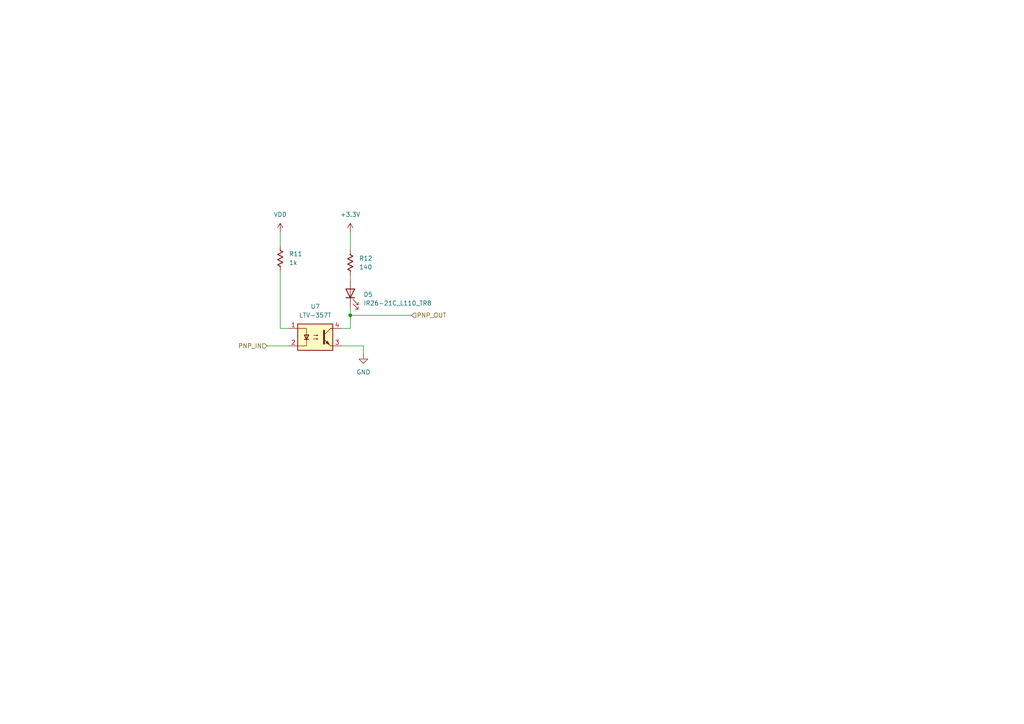
<source format=kicad_sch>
(kicad_sch (version 20250114) (generator "eeschema") (generator_version "9.0")
  (paper "A4")
  (lib_symbols
    (symbol "EasyEDA:+3.3V" (power) (pin_numbers (hide yes)) (pin_names (offset 0) (hide yes))
      (property "Value" "+3.3V" (at 0 3.556 0))
      (symbol "+3.3V_0_1"
        (polyline (pts (xy -0.762 1.27) (xy 0 2.54)))
        (polyline (pts (xy 0 2.54) (xy 0.762 1.27)))
        (polyline (pts (xy 0 0) (xy 0 2.54)))
      )
      (symbol "+3.3V_1_1"
        (pin power_in line (at 0 0 90) (length 0) (name "~") (number "1"))
      )
    )
    (symbol "EasyEDA:GND" (power) (pin_numbers (hide yes)) (pin_names (offset 0) (hide yes))
      (property "Value" "GND" (at 0 -3.81 0))
      (symbol "GND_0_1"
        (polyline (pts (xy 0 0) (xy 0 -1.27) (xy 1.27 -1.27) (xy 0 -2.54) (xy -1.27 -1.27) (xy 0 -1.27)))
      )
      (symbol "GND_1_1"
        (pin power_in line (at 0 0 270) (length 0) (name "~") (number "1"))
      )
    )
    (symbol "EasyEDA:LTV-357T" (pin_names (offset 1.016))
      (property "Reference" "U" (at -5.334 4.826 0))
      (property "Value" "LTV-357T" (at 0 5.08 0))
      (symbol "LTV-357T_0_1"
        (rectangle (start -5.08 3.81) (end 5.08 -3.81) (stroke (width 0.254)) (fill (type background)))
        (polyline (pts (xy -5.08 2.54) (xy -2.54 2.54) (xy -2.54 -0.762)))
        (polyline (pts (xy -3.175 -0.635) (xy -1.905 -0.635)) (stroke (width 0.254)))
        (polyline (pts (xy -2.54 -0.635) (xy -2.54 -2.54) (xy -5.08 -2.54)))
        (polyline (pts (xy -2.54 -0.635) (xy -3.175 0.635) (xy -1.905 0.635) (xy -2.54 -0.635)) (stroke (width 0.254)))
        (polyline (pts (xy -0.508 0.508) (xy 0.762 0.508) (xy 0.381 0.381) (xy 0.381 0.635) (xy 0.762 0.508)))
        (polyline (pts (xy -0.508 -0.508) (xy 0.762 -0.508) (xy 0.381 -0.635) (xy 0.381 -0.381) (xy 0.762 -0.508)))
        (polyline (pts (xy 2.54 1.905) (xy 2.54 -1.905)) (stroke (width 0.508)))
        (polyline (pts (xy 2.54 0.635) (xy 4.445 2.54)))
        (polyline (pts (xy 3.048 -1.651) (xy 3.556 -1.143) (xy 4.064 -2.159) (xy 3.048 -1.651)) (fill (type outline)))
        (polyline (pts (xy 4.445 2.54) (xy 5.08 2.54)))
        (polyline (pts (xy 4.445 -2.54) (xy 2.54 -0.635)) (fill (type outline)))
        (polyline (pts (xy 4.445 -2.54) (xy 5.08 -2.54)))
      )
      (symbol "LTV-357T_1_1"
        (pin passive line (at -7.62 2.54 0) (length 2.54) (name "~") (number "1"))
        (pin passive line (at -7.62 -2.54 0) (length 2.54) (name "~") (number "2"))
        (pin passive line (at 7.62 2.54 180) (length 2.54) (name "~") (number "4"))
        (pin passive line (at 7.62 -2.54 180) (length 2.54) (name "~") (number "3"))
      )
    )
    (symbol "EasyEDA:R_0603" (pin_numbers (hide yes)) (pin_names (offset 0))
      (property "Reference" "R" (at 2.54 1.27 0))
      (property "Value" "R_0603" (at 2.54 -1.27 0))
      (symbol "R_0603_0_1"
        (polyline (pts (xy 0 2.286) (xy 0 2.54)) (stroke (width 0.254)))
        (polyline (pts (xy 0 2.286) (xy 0.762 1.905) (xy -0.762 1.143) (xy 0 0.762) (xy 0.762 0.381) (xy 0 0) (xy -0.762 -0.381) (xy 0 -0.762) (xy 0.762 -1.143) (xy 0 -1.524) (xy -0.762 -1.905) (xy 0 -2.286)) (stroke (width 0.254)))
        (polyline (pts (xy 0 -2.286) (xy 0 -2.54)) (stroke (width 0.254)))
      )
      (symbol "R_0603_0_2"
        (polyline (pts (xy -2.54 -2.54) (xy -1.778 -1.778)))
        (polyline (pts (xy -1.778 -1.778) (xy -1.524 -1.524)) (stroke (width 0.254)))
        (polyline (pts (xy -1.524 -1.524) (xy -1.778 -0.762) (xy -1.016 -1.016)) (stroke (width 0.254)))
        (polyline (pts (xy -0.508 -0.508) (xy -0.762 0.254) (xy 0 0)) (stroke (width 0.254)))
        (polyline (pts (xy -0.508 -0.508) (xy -0.254 -1.27) (xy -1.016 -1.016)) (stroke (width 0.254)))
        (polyline (pts (xy 0.508 0.508) (xy 0.254 1.27) (xy 1.016 1.016)) (stroke (width 0.254)))
        (polyline (pts (xy 0.508 0.508) (xy 0.762 -0.254) (xy 0 0)) (stroke (width 0.254)))
        (polyline (pts (xy 1.524 1.524) (xy 1.778 0.762) (xy 1.016 1.016)) (stroke (width 0.254)))
        (polyline (pts (xy 1.778 1.778) (xy 1.524 1.524)) (stroke (width 0.254)))
        (polyline (pts (xy 1.778 1.778) (xy 2.54 2.54)))
      )
      (symbol "R_0603_1_1"
        (pin passive line (at 0 3.81 270) (length 1.27) (name "~") (number "1"))
        (pin passive line (at 0 -3.81 90) (length 1.27) (name "~") (number "2"))
      )
      (symbol "R_0603_1_2"
        (pin passive line (at -2.54 -2.54 0) (length 0) (name "") (number "2"))
        (pin passive line (at 2.54 2.54 180) (length 0) (name "") (number "1"))
      )
    )
    (symbol "LED:IR26-21C_L110_TR8" (pin_numbers (hide yes)) (pin_names (offset 1.016) (hide yes))
      (property "Reference" "D" (at 0 2.54 0))
      (property "Value" "IR26-21C_L110_TR8" (at 0 -3.81 0))
      (symbol "IR26-21C_L110_TR8_0_1"
        (polyline (pts (xy -3.048 -0.762) (xy -4.572 -2.286) (xy -3.81 -2.286) (xy -4.572 -2.286) (xy -4.572 -1.524)))
        (polyline (pts (xy -1.778 -0.762) (xy -3.302 -2.286) (xy -2.54 -2.286) (xy -3.302 -2.286) (xy -3.302 -1.524)))
        (polyline (pts (xy -1.27 0) (xy 1.27 0)))
        (polyline (pts (xy -1.27 -1.27) (xy -1.27 1.27)) (stroke (width 0.254)))
        (polyline (pts (xy 1.27 -1.27) (xy 1.27 1.27) (xy -1.27 0) (xy 1.27 -1.27)) (stroke (width 0.254)))
      )
      (symbol "IR26-21C_L110_TR8_1_1"
        (pin passive line (at -3.81 0 0) (length 2.54) (name "K") (number "1"))
        (pin passive line (at 3.81 0 180) (length 2.54) (name "A") (number "2"))
      )
    )
    (symbol "power:VDD" (power) (pin_numbers (hide yes)) (pin_names (offset 0) (hide yes))
      (property "Value" "VDD" (at 0 3.556 0))
      (symbol "VDD_0_1"
        (polyline (pts (xy -0.762 1.27) (xy 0 2.54)))
        (polyline (pts (xy 0 2.54) (xy 0.762 1.27)))
        (polyline (pts (xy 0 0) (xy 0 2.54)))
      )
      (symbol "VDD_1_1"
        (pin power_in line (at 0 0 90) (length 0) (name "~") (number "1"))
      )
    )
  )
  (junction (at 101.6 91.44))
  (wire (pts (xy 81.28 67.31) (xy 81.28 71.12)))
  (wire (pts (xy 101.6 88.9) (xy 101.6 91.44)))
  (wire (pts (xy 81.28 78.74) (xy 81.28 95.25)))
  (wire (pts (xy 99.06 100.33) (xy 105.41 100.33)))
  (wire (pts (xy 81.28 95.25) (xy 83.82 95.25)))
  (wire (pts (xy 101.6 91.44) (xy 119.38 91.44)))
  (wire (pts (xy 101.6 80.01) (xy 101.6 81.28)))
  (wire (pts (xy 101.6 95.25) (xy 101.6 91.44)))
  (wire (pts (xy 105.41 102.87) (xy 105.41 100.33)))
  (wire (pts (xy 77.47 100.33) (xy 83.82 100.33)))
  (wire (pts (xy 101.6 67.31) (xy 101.6 72.39)))
  (wire (pts (xy 99.06 95.25) (xy 101.6 95.25)))
  (hierarchical_label "PNP_IN" (shape input) (at 77.47 100.33 180))
  (hierarchical_label "PNP_OUT" (shape input) (at 119.38 91.44 0))
  (symbol (lib_id "LED:IR26-21C_L110_TR8") (at 101.6 85.09 90) (unit 1)
    (property "Reference" "D5" (at 105.41 85.4074 90) (effects (justify right)))
    (property "Value" "IR26-21C_L110_TR8" (at 105.41 87.9474 90) (effects (justify right)))
    (property "Footprint" "LED_SMD:LED_1206_3216Metric" (effects (hide yes)))
    (property "Datasheet" "http://www.everlight.com/file/ProductFile/IR26-21C-L110-TR8.pdf" (effects (hide yes)))
    (property "Description" "940nm, 20 deg, Infrared LED, 1206" (effects (hide yes)))
    (instances (project "Nivara_PCB" (path "" (reference "D5") (unit 1)) (path "" (reference "D21") (unit 1))))
  )
  (symbol (lib_id "EasyEDA:+3.3V") (at 101.6 67.31 0) (unit 1)
    (property "Reference" "#PWR030" (effects (hide yes)))
    (property "Value" "+3.3V" (at 101.6 62.23 0))
    (property "Description" "Power symbol creates a global label with name \"+3.3V\"" (effects (hide yes)))
    (instances (project "Nivara_PCB" (path "" (reference "#PWR030") (unit 1)) (path "" (reference "#PWR059") (unit 1))))
  )
  (symbol (lib_id "EasyEDA:R_0603") (at 101.6 76.2 0) (unit 1)
    (property "Reference" "R12" (at 104.14 74.9299 0) (effects (justify left)))
    (property "Value" "140" (at 104.14 77.4699 0) (effects (justify left)))
    (property "Footprint" "PCM_Resistor_SMD_AKL:R_0603_1608Metric" (effects (hide yes)))
    (property "Description" "SMD 0603 Chip Resistor, US Symbol, Alternate KiCad Library" (effects (hide yes)))
    (instances (project "Nivara_PCB" (path "" (reference "R12") (unit 1)) (path "" (reference "R36") (unit 1))))
  )
  (symbol (lib_id "power:VDD") (at 81.28 67.31 0) (unit 1)
    (property "Reference" "#PWR086" (effects (hide yes)))
    (property "Value" "VDD" (at 81.28 62.23 0))
    (property "Description" "Power symbol creates a global label with name \"VDD\"" (effects (hide yes)))
    (instances (project "Nivara_PCB" (path "" (reference "#PWR086") (unit 1)) (path "" (reference "#PWR058") (unit 1))))
  )
  (symbol (lib_id "EasyEDA:LTV-357T") (at 91.44 97.79 0) (unit 1)
    (property "Reference" "U7" (at 91.44 88.9 0))
    (property "Value" "LTV-357T" (at 91.44 91.44 0))
    (property "Footprint" "Package_SO:SO-4_4.4x3.6mm_P2.54mm" (effects (hide yes)))
    (property "Datasheet" "https://www.buerklin.com/medias/sys_master/download/download/h91/ha0/8892020588574.pdf" (effects (hide yes)))
    (property "Description" "DC Optocoupler, Vce 35V, CTR 50%, SO-4" (effects (hide yes)))
    (instances (project "Nivara_PCB" (path "" (reference "U7") (unit 1)) (path "" (reference "U15") (unit 1))))
  )
  (symbol (lib_id "EasyEDA:GND") (at 105.41 102.87 0) (unit 1)
    (property "Reference" "#PWR031" (effects (hide yes)))
    (property "Value" "GND" (at 105.41 107.95 0))
    (property "Description" "Power symbol creates a global label with name \"GND\" , ground" (effects (hide yes)))
    (instances (project "Nivara_PCB" (path "" (reference "#PWR031") (unit 1)) (path "" (reference "#PWR068") (unit 1))))
  )
  (symbol (lib_id "EasyEDA:R_0603") (at 81.28 74.93 0) (unit 1)
    (property "Reference" "R11" (at 83.82 73.6599 0) (effects (justify left)))
    (property "Value" "1k" (at 83.82 76.1999 0) (effects (justify left)))
    (property "Footprint" "PCM_Resistor_SMD_AKL:R_0603_1608Metric" (effects (hide yes)))
    (property "Description" "SMD 0603 Chip Resistor, US Symbol, Alternate KiCad Library" (effects (hide yes)))
    (instances (project "Nivara_PCB" (path "" (reference "R11") (unit 1)) (path "" (reference "R35") (unit 1))))
  )
)
</source>
